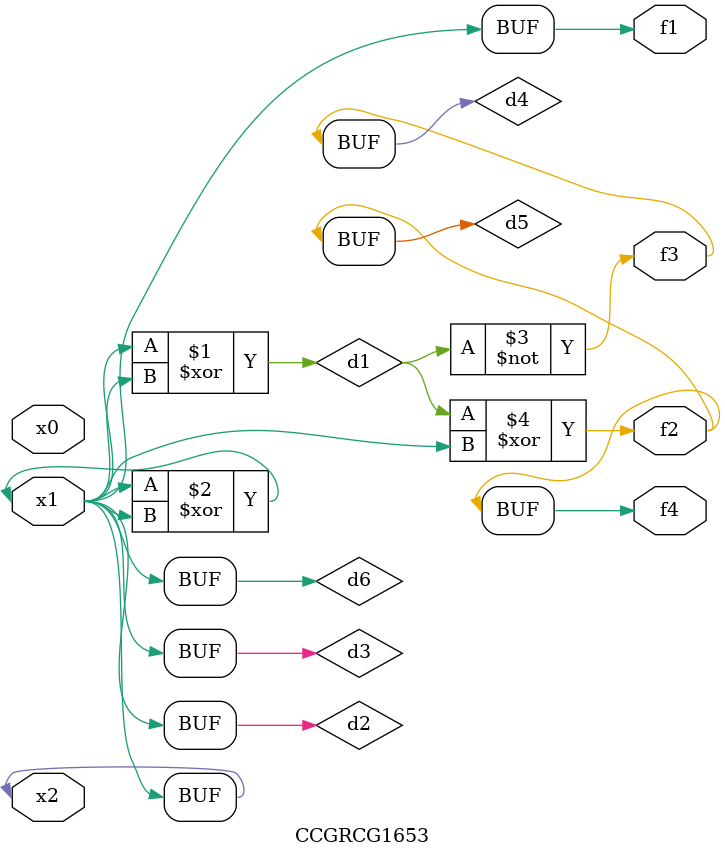
<source format=v>
module CCGRCG1653(
	input x0, x1, x2,
	output f1, f2, f3, f4
);

	wire d1, d2, d3, d4, d5, d6;

	xor (d1, x1, x2);
	buf (d2, x1, x2);
	xor (d3, x1, x2);
	nor (d4, d1);
	xor (d5, d1, d2);
	buf (d6, d2, d3);
	assign f1 = d6;
	assign f2 = d5;
	assign f3 = d4;
	assign f4 = d5;
endmodule

</source>
